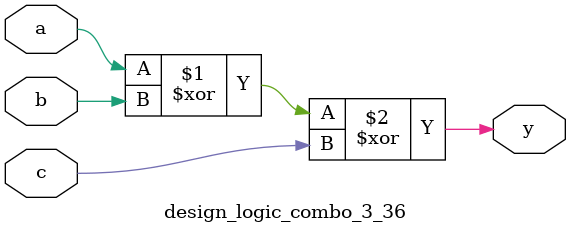
<source format=sv>
module design_logic_combo_3_36(input logic a,b,c, output logic y);
  assign y = (a ^ b) ^ c;
endmodule

</source>
